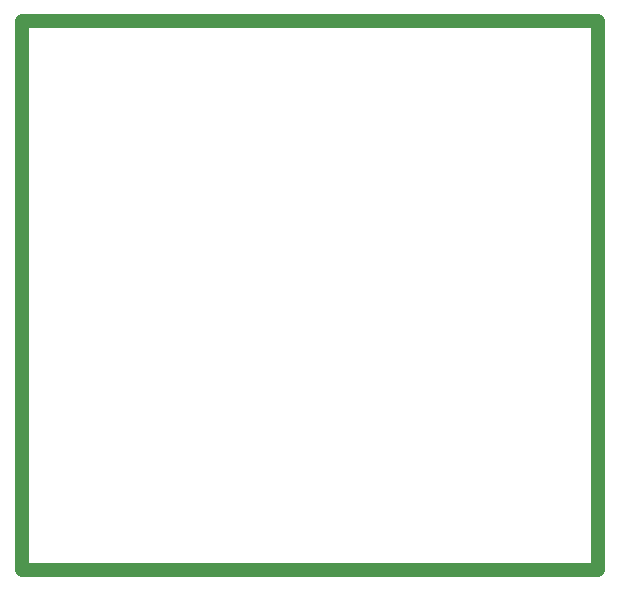
<source format=gbr>
%TF.GenerationSoftware,Altium Limited,Altium Designer,21.0.9 (235)*%
G04 Layer_Color=128*
%FSLAX45Y45*%
%MOMM*%
%TF.SameCoordinates,39B67B69-C777-48C8-AD05-2730B5771C30*%
%TF.FilePolarity,Positive*%
%TF.FileFunction,Paste,Bot*%
%TF.Part,Single*%
G01*
G75*
%TA.AperFunction,NonConductor*%
%ADD10C,1.20000*%
D10*
X2540000Y2583180D02*
X7419340D01*
X2540000D02*
Y7228840D01*
X7419340Y2583180D02*
Y7228840D01*
X2540000D02*
X7419340D01*
%TF.MD5,97e609a9a567170e39cd71356851ae6c*%
M02*

</source>
